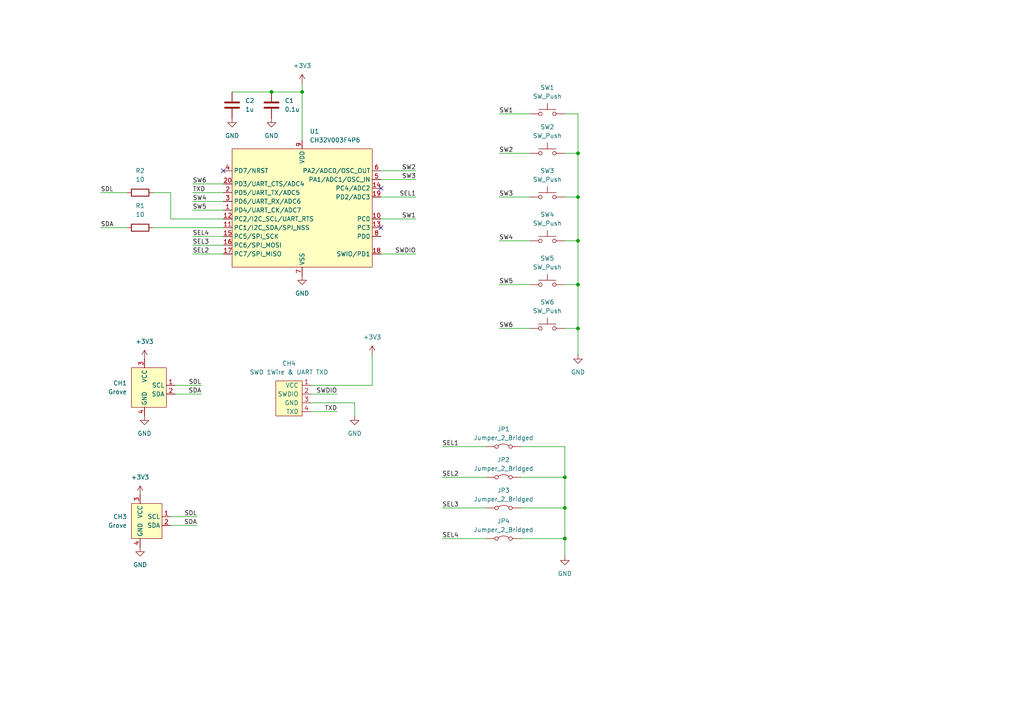
<source format=kicad_sch>
(kicad_sch (version 20231120) (generator "eeschema") (generator_version "8.0")
  (paper "A4")
  (lib_symbols
    (symbol "74th_Interface:I2C_Grove_Device-Side"
      (property "Reference" "CH" (at -7.62 1.27 0))
      (property "Value" "Grove" (at -7.62 -1.27 0))
      (symbol "I2C_Grove_Device-Side_0_1"
        (rectangle (start -6.35 6.35) (end 3.81 -5.08) (stroke (width 0.1524)) (fill (type background)))
      )
      (symbol "I2C_Grove_Device-Side_1_1"
        (pin input line (at 6.35 1.27 180) (length 2.54) (name "SCL") (number "1"))
        (pin bidirectional line (at 6.35 -1.27 180) (length 2.54) (name "SDA") (number "2"))
        (pin power_out line (at -2.54 8.89 270) (length 2.54) (name "VCC") (number "3"))
        (pin power_out line (at -2.54 -7.62 90) (length 2.54) (name "GND") (number "4"))
      )
    )
    (symbol "74th_Interface:I2C_Grove_Host-Side"
      (property "Reference" "CH" (at -6.35 0 0))
      (property "Value" "Grove" (at -6.35 -2.54 0))
      (symbol "I2C_Grove_Host-Side_0_1"
        (rectangle (start -5.08 3.81) (end 3.81 -6.35) (stroke (width 0.1524)) (fill (type background)))
      )
      (symbol "I2C_Grove_Host-Side_1_1"
        (pin input line (at 6.35 0 180) (length 2.54) (name "SCL") (number "1"))
        (pin bidirectional line (at 6.35 -2.54 180) (length 2.54) (name "SDA") (number "2"))
        (pin power_in line (at -2.54 6.35 270) (length 2.54) (name "VCC") (number "3"))
        (pin power_in line (at -2.54 -8.89 90) (length 2.54) (name "GND") (number "4"))
      )
    )
    (symbol "74th_Interface:SWD_WCH-1Wire_WITH-TXD-VCC" (pin_names (offset 1.016))
      (property "Reference" "CH" (at 0 7.62 0))
      (property "Value" "SWD 1Wire & UART TXD" (at 0 5.08 0))
      (symbol "SWD_WCH-1Wire_WITH-TXD-VCC_0_1"
        (rectangle (start -3.81 3.81) (end 3.81 -6.35) (fill (type background)))
      )
      (symbol "SWD_WCH-1Wire_WITH-TXD-VCC_1_1"
        (pin power_out line (at 6.35 2.54 180) (length 2.54) (name "VCC") (number "1"))
        (pin bidirectional line (at 6.35 0 180) (length 2.54) (name "SWDIO") (number "2"))
        (pin power_out line (at 6.35 -2.54 180) (length 2.54) (name "GND") (number "3"))
        (pin input line (at 6.35 -5.08 180) (length 2.54) (name "TXD") (number "4"))
      )
    )
    (symbol "74th_MCU:CH32V003F4P6"
      (property "Reference" "U" (at -11.43 25.4 0))
      (property "Value" "CH32V003F4P6" (at 12.7 25.4 0))
      (symbol "CH32V003F4P6_0_1"
        (rectangle (start -20.32 24.13) (end 20.32 -10.16) (stroke (width 0.1524)) (fill (type background)))
      )
      (symbol "CH32V003F4P6_1_1"
        (pin bidirectional line (at -22.86 6.35 0) (length 2.54) (name "PD4/UART_CK/ADC7") (number "1"))
        (pin bidirectional line (at 22.86 3.81 180) (length 2.54) (name "PC0") (number "10"))
        (pin bidirectional line (at -22.86 1.27 0) (length 2.54) (name "PC1/I2C_SDA/SPI_NSS") (number "11"))
        (pin bidirectional line (at -22.86 3.81 0) (length 2.54) (name "PC2/I2C_SCL/UART_RTS") (number "12"))
        (pin bidirectional line (at 22.86 1.27 180) (length 2.54) (name "PC3") (number "13"))
        (pin bidirectional line (at 22.86 12.7 180) (length 2.54) (name "PC4/ADC2") (number "14"))
        (pin bidirectional line (at -22.86 -1.27 0) (length 2.54) (name "PC5/SPI_SCK") (number "15"))
        (pin bidirectional line (at -22.86 -3.81 0) (length 2.54) (name "PC6/SPI_MOSI") (number "16"))
        (pin bidirectional line (at -22.86 -6.35 0) (length 2.54) (name "PC7/SPI_MISO") (number "17"))
        (pin bidirectional line (at 22.86 -6.35 180) (length 2.54) (name "SWIO/PD1") (number "18"))
        (pin bidirectional line (at 22.86 10.16 180) (length 2.54) (name "PD2/ADC3") (number "19"))
        (pin bidirectional line (at -22.86 11.43 0) (length 2.54) (name "PD5/UART_TX/ADC5") (number "2"))
        (pin bidirectional line (at -22.86 13.97 0) (length 2.54) (name "PD3/UART_CTS/ADC4") (number "20"))
        (pin bidirectional line (at -22.86 8.89 0) (length 2.54) (name "PD6/UART_RX/ADC6") (number "3"))
        (pin bidirectional line (at -22.86 17.78 0) (length 2.54) (name "PD7/NRST") (number "4"))
        (pin bidirectional line (at 22.86 15.24 180) (length 2.54) (name "PA1/ADC1/OSC_IN") (number "5"))
        (pin bidirectional line (at 22.86 17.78 180) (length 2.54) (name "PA2/ADC0/OSC_OUT") (number "6"))
        (pin power_in line (at 0 -12.7 90) (length 2.54) (name "VSS") (number "7"))
        (pin bidirectional line (at 22.86 -1.27 180) (length 2.54) (name "PD0") (number "8"))
        (pin power_in line (at 0 26.67 270) (length 2.54) (name "VDD") (number "9"))
      )
    )
    (symbol "Device:C" (pin_numbers hide) (pin_names (offset 0.254))
      (property "Reference" "C" (at 0.635 2.54 0))
      (property "Value" "C" (at 0.635 -2.54 0))
      (symbol "C_0_1"
        (polyline (pts (xy -2.032 -0.762) (xy 2.032 -0.762)) (stroke (width 0.508)))
        (polyline (pts (xy -2.032 0.762) (xy 2.032 0.762)) (stroke (width 0.508)))
      )
      (symbol "C_1_1"
        (pin passive line (at 0 3.81 270) (length 2.794) (name "~") (number "1"))
        (pin passive line (at 0 -3.81 90) (length 2.794) (name "~") (number "2"))
      )
    )
    (symbol "Device:R" (pin_numbers hide) (pin_names (offset 0))
      (property "Reference" "R" (at 2.032 0 90))
      (property "Value" "R" (at 0 0 90))
      (symbol "R_0_1"
        (rectangle (start -1.016 -2.54) (end 1.016 2.54) (stroke (width 0.254)))
      )
      (symbol "R_1_1"
        (pin passive line (at 0 3.81 270) (length 1.27) (name "~") (number "1"))
        (pin passive line (at 0 -3.81 90) (length 1.27) (name "~") (number "2"))
      )
    )
    (symbol "Jumper:Jumper_2_Bridged" (pin_numbers hide) (pin_names (offset 0) hide) (exclude_from_sim yes)
      (property "Reference" "JP" (at 0 1.905 0))
      (property "Value" "Jumper_2_Bridged" (at 0 -2.54 0))
      (symbol "Jumper_2_Bridged_0_0"
        (circle (center -2.032 0) (radius 0.508))
        (circle (center 2.032 0) (radius 0.508))
      )
      (symbol "Jumper_2_Bridged_0_1"
        (arc (start 1.524 0.254) (mid 0 0.762) (end -1.524 0.254))
      )
      (symbol "Jumper_2_Bridged_1_1"
        (pin passive line (at -5.08 0 0) (length 2.54) (name "A") (number "1"))
        (pin passive line (at 5.08 0 180) (length 2.54) (name "B") (number "2"))
      )
    )
    (symbol "Switch:SW_Push" (pin_numbers hide) (pin_names (offset 1.016) hide)
      (property "Reference" "SW" (at 1.27 2.54 0))
      (property "Value" "SW_Push" (at 0 -1.524 0))
      (symbol "SW_Push_0_1"
        (circle (center -2.032 0) (radius 0.508))
        (polyline (pts (xy 0 1.27) (xy 0 3.048)))
        (polyline (pts (xy 2.54 1.27) (xy -2.54 1.27)))
        (circle (center 2.032 0) (radius 0.508))
        (pin passive line (at -5.08 0 0) (length 2.54) (name "1") (number "1"))
        (pin passive line (at 5.08 0 180) (length 2.54) (name "2") (number "2"))
      )
    )
    (symbol "power:+3V3" (power) (pin_numbers hide) (pin_names (offset 0) hide)
      (property "Value" "+3V3" (at 0 3.556 0))
      (symbol "+3V3_0_1"
        (polyline (pts (xy -0.762 1.27) (xy 0 2.54)))
        (polyline (pts (xy 0 0) (xy 0 2.54)))
        (polyline (pts (xy 0 2.54) (xy 0.762 1.27)))
      )
      (symbol "+3V3_1_1"
        (pin power_in line (at 0 0 90) (length 0) (name "~") (number "1"))
      )
    )
    (symbol "power:GND" (power) (pin_numbers hide) (pin_names (offset 0) hide)
      (property "Value" "GND" (at 0 -3.81 0))
      (symbol "GND_0_1"
        (polyline (pts (xy 0 0) (xy 0 -1.27) (xy 1.27 -1.27) (xy 0 -2.54) (xy -1.27 -1.27) (xy 0 -1.27)))
      )
      (symbol "GND_1_1"
        (pin power_in line (at 0 0 270) (length 0) (name "~") (number "1"))
      )
    )
  )
  (junction (at 167.64 82.55))
  (junction (at 167.64 57.15))
  (junction (at 163.83 138.43))
  (junction (at 163.83 147.32))
  (junction (at 167.64 95.25))
  (junction (at 163.83 156.21))
  (junction (at 87.63 26.67))
  (junction (at 78.74 26.67))
  (junction (at 167.64 69.85))
  (junction (at 167.64 44.45))
  (no_connect (at 110.49 66.04))
  (no_connect (at 110.49 54.61))
  (no_connect (at 64.77 49.53))
  (wire (pts (xy 55.88 55.88) (xy 64.77 55.88)))
  (wire (pts (xy 49.53 55.88) (xy 49.53 63.5)))
  (wire (pts (xy 144.78 95.25) (xy 153.67 95.25)))
  (wire (pts (xy 163.83 129.54) (xy 163.83 138.43)))
  (wire (pts (xy 55.88 68.58) (xy 64.77 68.58)))
  (wire (pts (xy 49.53 152.4) (xy 57.15 152.4)))
  (wire (pts (xy 29.21 55.88) (xy 36.83 55.88)))
  (wire (pts (xy 78.74 26.67) (xy 87.63 26.67)))
  (wire (pts (xy 102.87 116.84) (xy 102.87 120.65)))
  (wire (pts (xy 163.83 69.85) (xy 167.64 69.85)))
  (wire (pts (xy 144.78 33.02) (xy 153.67 33.02)))
  (wire (pts (xy 110.49 73.66) (xy 120.65 73.66)))
  (wire (pts (xy 55.88 73.66) (xy 64.77 73.66)))
  (wire (pts (xy 167.64 33.02) (xy 163.83 33.02)))
  (wire (pts (xy 87.63 24.13) (xy 87.63 26.67)))
  (wire (pts (xy 29.21 66.04) (xy 36.83 66.04)))
  (wire (pts (xy 144.78 69.85) (xy 153.67 69.85)))
  (wire (pts (xy 67.31 26.67) (xy 78.74 26.67)))
  (wire (pts (xy 163.83 57.15) (xy 167.64 57.15)))
  (wire (pts (xy 163.83 95.25) (xy 167.64 95.25)))
  (wire (pts (xy 110.49 57.15) (xy 120.65 57.15)))
  (wire (pts (xy 167.64 82.55) (xy 167.64 69.85)))
  (wire (pts (xy 87.63 26.67) (xy 87.63 40.64)))
  (wire (pts (xy 163.83 138.43) (xy 163.83 147.32)))
  (wire (pts (xy 128.27 156.21) (xy 140.97 156.21)))
  (wire (pts (xy 163.83 82.55) (xy 167.64 82.55)))
  (wire (pts (xy 110.49 63.5) (xy 120.65 63.5)))
  (wire (pts (xy 144.78 57.15) (xy 153.67 57.15)))
  (wire (pts (xy 90.17 116.84) (xy 102.87 116.84)))
  (wire (pts (xy 167.64 69.85) (xy 167.64 57.15)))
  (wire (pts (xy 50.8 114.3) (xy 58.42 114.3)))
  (wire (pts (xy 55.88 58.42) (xy 64.77 58.42)))
  (wire (pts (xy 144.78 44.45) (xy 153.67 44.45)))
  (wire (pts (xy 151.13 138.43) (xy 163.83 138.43)))
  (wire (pts (xy 167.64 95.25) (xy 167.64 82.55)))
  (wire (pts (xy 107.95 111.76) (xy 107.95 102.87)))
  (wire (pts (xy 167.64 57.15) (xy 167.64 44.45)))
  (wire (pts (xy 151.13 129.54) (xy 163.83 129.54)))
  (wire (pts (xy 128.27 147.32) (xy 140.97 147.32)))
  (wire (pts (xy 128.27 129.54) (xy 140.97 129.54)))
  (wire (pts (xy 90.17 111.76) (xy 107.95 111.76)))
  (wire (pts (xy 110.49 52.07) (xy 120.65 52.07)))
  (wire (pts (xy 144.78 82.55) (xy 153.67 82.55)))
  (wire (pts (xy 163.83 44.45) (xy 167.64 44.45)))
  (wire (pts (xy 55.88 71.12) (xy 64.77 71.12)))
  (wire (pts (xy 49.53 149.86) (xy 57.15 149.86)))
  (wire (pts (xy 55.88 53.34) (xy 64.77 53.34)))
  (wire (pts (xy 110.49 49.53) (xy 120.65 49.53)))
  (wire (pts (xy 163.83 156.21) (xy 163.83 161.29)))
  (wire (pts (xy 167.64 102.87) (xy 167.64 95.25)))
  (wire (pts (xy 128.27 138.43) (xy 140.97 138.43)))
  (wire (pts (xy 167.64 44.45) (xy 167.64 33.02)))
  (wire (pts (xy 90.17 114.3) (xy 97.79 114.3)))
  (wire (pts (xy 55.88 60.96) (xy 64.77 60.96)))
  (wire (pts (xy 90.17 119.38) (xy 97.79 119.38)))
  (wire (pts (xy 151.13 147.32) (xy 163.83 147.32)))
  (wire (pts (xy 163.83 147.32) (xy 163.83 156.21)))
  (wire (pts (xy 50.8 111.76) (xy 58.42 111.76)))
  (wire (pts (xy 49.53 63.5) (xy 64.77 63.5)))
  (wire (pts (xy 44.45 55.88) (xy 49.53 55.88)))
  (wire (pts (xy 151.13 156.21) (xy 163.83 156.21)))
  (wire (pts (xy 44.45 66.04) (xy 64.77 66.04)))
  (label "SEL3" (at 128.27 147.32 0))
  (label "SW4" (at 144.78 69.85 0))
  (label "SEL4" (at 128.27 156.21 0))
  (label "SEL4" (at 55.88 68.58 0))
  (label "SEL2" (at 55.88 73.66 0))
  (label "SW1" (at 144.78 33.02 0))
  (label "SWDIO" (at 120.65 73.66 180))
  (label "SW2" (at 144.78 44.45 0))
  (label "SW2" (at 120.65 49.53 180))
  (label "SDA" (at 57.15 152.4 180))
  (label "SW4" (at 55.88 58.42 0))
  (label "SDA" (at 29.21 66.04 0))
  (label "SWDIO" (at 97.79 114.3 180))
  (label "SEL1" (at 128.27 129.54 0))
  (label "SW5" (at 144.78 82.55 0))
  (label "SW6" (at 55.88 53.34 0))
  (label "SDA" (at 58.42 114.3 180))
  (label "SW6" (at 144.78 95.25 0))
  (label "SDL" (at 57.15 149.86 180))
  (label "TXD" (at 55.88 55.88 0))
  (label "SEL2" (at 128.27 138.43 0))
  (label "SW5" (at 55.88 60.96 0))
  (label "SW3" (at 144.78 57.15 0))
  (label "SDL" (at 58.42 111.76 180))
  (label "SW1" (at 120.65 63.5 180))
  (label "SEL3" (at 55.88 71.12 0))
  (label "SEL1" (at 120.65 57.15 180))
  (label "TXD" (at 97.79 119.38 180))
  (label "SW3" (at 120.65 52.07 180))
  (label "SDL" (at 29.21 55.88 0))
  (symbol (lib_id "Switch:SW_Push") (at 158.75 33.02 0) (unit 1)
    (property "Reference" "SW1" (at 158.75 25.4 0))
    (property "Value" "SW_Push" (at 158.75 27.94 0))
    (property "Footprint" "74th:Switch_MXChocSwap_1Side_1.0u" (effects (hide yes)))
    (property "Description" "Push button switch, generic, two pins" (effects (hide yes)))
  )
  (symbol (lib_id "power:+3V3") (at 41.91 104.14 0) (unit 1)
    (property "Reference" "#PWR02" (effects (hide yes)))
    (property "Value" "+3V3" (at 41.91 99.06 0))
    (property "Description" "Power symbol creates a global label with name \"+3V3\"" (effects (hide yes)))
  )
  (symbol (lib_id "Switch:SW_Push") (at 158.75 82.55 0) (unit 1)
    (property "Reference" "SW5" (at 158.75 74.93 0))
    (property "Value" "SW_Push" (at 158.75 77.47 0))
    (property "Footprint" "74th:Switch_MXChocSwap_1Side_1.0u" (effects (hide yes)))
    (property "Description" "Push button switch, generic, two pins" (effects (hide yes)))
  )
  (symbol (lib_id "Switch:SW_Push") (at 158.75 57.15 0) (mirror y) (unit 1)
    (property "Reference" "SW3" (at 158.75 49.53 0))
    (property "Value" "SW_Push" (at 158.75 52.07 0))
    (property "Footprint" "74th:Switch_MXChocSwap_1Side_1.0u" (effects (hide yes)))
    (property "Description" "Push button switch, generic, two pins" (effects (hide yes)))
  )
  (symbol (lib_id "Switch:SW_Push") (at 158.75 69.85 0) (unit 1)
    (property "Reference" "SW4" (at 158.75 62.23 0))
    (property "Value" "SW_Push" (at 158.75 64.77 0))
    (property "Footprint" "74th:Switch_MXChocSwap_1Side_1.0u" (effects (hide yes)))
    (property "Description" "Push button switch, generic, two pins" (effects (hide yes)))
  )
  (symbol (lib_id "Device:R") (at 40.64 66.04 90) (unit 1)
    (property "Reference" "R1" (at 40.64 59.69 90))
    (property "Value" "10" (at 40.64 62.23 90))
    (property "Footprint" "74th:Register_0805_2012" (effects (hide yes)))
    (property "Description" "Resistor" (effects (hide yes)))
  )
  (symbol (lib_id "Switch:SW_Push") (at 158.75 95.25 0) (unit 1)
    (property "Reference" "SW6" (at 158.75 87.63 0))
    (property "Value" "SW_Push" (at 158.75 90.17 0))
    (property "Footprint" "74th:Switch_MXChocSwap_1Side_1.0u" (effects (hide yes)))
    (property "Description" "Push button switch, generic, two pins" (effects (hide yes)))
  )
  (symbol (lib_id "74th_Interface:I2C_Grove_Device-Side") (at 44.45 113.03 0) (unit 1)
    (property "Reference" "CH1" (at 36.83 111.1249 0) (effects (justify right)))
    (property "Value" "Grove" (at 36.83 113.6649 0) (effects (justify right)))
    (property "Footprint" "74th:Connector_HY-2.0_TH-Vertical_4Pin" (effects (hide yes)))
  )
  (symbol (lib_id "Jumper:Jumper_2_Bridged") (at 146.05 138.43 0) (unit 1) (exclude_from_sim yes)
    (property "Reference" "JP2" (at 146.05 133.35 0))
    (property "Value" "Jumper_2_Bridged" (at 146.05 135.89 0))
    (property "Footprint" "74th:SolderJumper-2" (effects (hide yes)))
    (property "Description" "Jumper, 2-pole, closed/bridged" (effects (hide yes)))
  )
  (symbol (lib_id "power:+3V3") (at 87.63 24.13 0) (unit 1)
    (property "Reference" "#PWR06" (effects (hide yes)))
    (property "Value" "+3V3" (at 87.63 19.05 0))
    (property "Description" "Power symbol creates a global label with name \"+3V3\"" (effects (hide yes)))
  )
  (symbol (lib_id "Jumper:Jumper_2_Bridged") (at 146.05 147.32 0) (unit 1) (exclude_from_sim yes)
    (property "Reference" "JP3" (at 146.05 142.24 0))
    (property "Value" "Jumper_2_Bridged" (at 146.05 144.78 0))
    (property "Footprint" "74th:SolderJumper-2" (effects (hide yes)))
    (property "Description" "Jumper, 2-pole, closed/bridged" (effects (hide yes)))
  )
  (symbol (lib_id "power:GND") (at 87.63 80.01 0) (unit 1)
    (property "Reference" "#PWR09" (effects (hide yes)))
    (property "Value" "GND" (at 87.63 85.09 0))
    (property "Description" "Power symbol creates a global label with name \"GND\" , ground" (effects (hide yes)))
  )
  (symbol (lib_id "Jumper:Jumper_2_Bridged") (at 146.05 129.54 0) (unit 1) (exclude_from_sim yes)
    (property "Reference" "JP1" (at 146.05 124.46 0))
    (property "Value" "Jumper_2_Bridged" (at 146.05 127 0))
    (property "Footprint" "74th:SolderJumper-2" (effects (hide yes)))
    (property "Description" "Jumper, 2-pole, closed/bridged" (effects (hide yes)))
  )
  (symbol (lib_id "74th_Interface:SWD_WCH-1Wire_WITH-TXD-VCC") (at 83.82 114.3 0) (unit 1)
    (property "Reference" "CH4" (at 83.82 105.41 0))
    (property "Value" "SWD 1Wire & UART TXD" (at 83.82 107.95 0))
    (property "Footprint" "74th:PinOut_Pin_4" (effects (hide yes)))
  )
  (symbol (lib_id "power:GND") (at 163.83 161.29 0) (unit 1)
    (property "Reference" "#PWR012" (effects (hide yes)))
    (property "Value" "GND" (at 163.83 166.37 0))
    (property "Description" "Power symbol creates a global label with name \"GND\" , ground" (effects (hide yes)))
  )
  (symbol (lib_id "power:+3V3") (at 107.95 102.87 0) (unit 1)
    (property "Reference" "#PWR07" (effects (hide yes)))
    (property "Value" "+3V3" (at 107.95 97.79 0))
    (property "Description" "Power symbol creates a global label with name \"+3V3\"" (effects (hide yes)))
  )
  (symbol (lib_id "Device:R") (at 40.64 55.88 90) (unit 1)
    (property "Reference" "R2" (at 40.64 49.53 90))
    (property "Value" "10" (at 40.64 52.07 90))
    (property "Footprint" "74th:Register_0805_2012" (effects (hide yes)))
    (property "Description" "Resistor" (effects (hide yes)))
  )
  (symbol (lib_id "74th_MCU:CH32V003F4P6") (at 87.63 67.31 0) (unit 1)
    (property "Reference" "U1" (at 89.8241 38.1 0) (effects (justify left)))
    (property "Value" "CH32V003F4P6" (at 89.8241 40.64 0) (effects (justify left)))
    (property "Footprint" "Package_SO:TSSOP-20_4.4x6.5mm_P0.65mm" (effects (hide yes)))
  )
  (symbol (lib_id "power:GND") (at 78.74 34.29 0) (unit 1)
    (property "Reference" "#PWR04" (effects (hide yes)))
    (property "Value" "GND" (at 78.74 39.37 0))
    (property "Description" "Power symbol creates a global label with name \"GND\" , ground" (effects (hide yes)))
  )
  (symbol (lib_id "Jumper:Jumper_2_Bridged") (at 146.05 156.21 0) (unit 1) (exclude_from_sim yes)
    (property "Reference" "JP4" (at 146.05 151.13 0))
    (property "Value" "Jumper_2_Bridged" (at 146.05 153.67 0))
    (property "Footprint" "74th:SolderJumper-2" (effects (hide yes)))
    (property "Description" "Jumper, 2-pole, closed/bridged" (effects (hide yes)))
  )
  (symbol (lib_id "Device:C") (at 67.31 30.48 0) (unit 1)
    (property "Reference" "C2" (at 71.12 29.2099 0) (effects (justify left)))
    (property "Value" "1u" (at 71.12 31.7499 0) (effects (justify left)))
    (property "Footprint" "74th:Capacitor_0805_2012" (effects (hide yes)))
    (property "Description" "Unpolarized capacitor" (effects (hide yes)))
  )
  (symbol (lib_id "power:GND") (at 41.91 120.65 0) (unit 1)
    (property "Reference" "#PWR03" (effects (hide yes)))
    (property "Value" "GND" (at 41.91 125.73 0))
    (property "Description" "Power symbol creates a global label with name \"GND\" , ground" (effects (hide yes)))
  )
  (symbol (lib_id "74th_Interface:I2C_Grove_Host-Side") (at 43.18 149.86 0) (unit 1)
    (property "Reference" "CH3" (at 36.83 149.8599 0) (effects (justify right)))
    (property "Value" "Grove" (at 36.83 152.3999 0) (effects (justify right)))
    (property "Footprint" "74th:Connector_HY-2.0_TH-Vertical_4Pin" (effects (hide yes)))
  )
  (symbol (lib_id "power:+3V3") (at 40.64 143.51 0) (unit 1)
    (property "Reference" "#PWR010" (effects (hide yes)))
    (property "Value" "+3V3" (at 40.64 138.43 0))
    (property "Description" "Power symbol creates a global label with name \"+3V3\"" (effects (hide yes)))
  )
  (symbol (lib_id "Device:C") (at 78.74 30.48 0) (unit 1)
    (property "Reference" "C1" (at 82.55 29.2099 0) (effects (justify left)))
    (property "Value" "0.1u" (at 82.55 31.7499 0) (effects (justify left)))
    (property "Footprint" "74th:Capacitor_0805_2012" (effects (hide yes)))
    (property "Description" "Unpolarized capacitor" (effects (hide yes)))
  )
  (symbol (lib_id "Switch:SW_Push") (at 158.75 44.45 0) (mirror y) (unit 1)
    (property "Reference" "SW2" (at 158.75 36.83 0))
    (property "Value" "SW_Push" (at 158.75 39.37 0))
    (property "Footprint" "74th:Switch_MXChocSwap_1Side_1.0u" (effects (hide yes)))
    (property "Description" "Push button switch, generic, two pins" (effects (hide yes)))
  )
  (symbol (lib_id "power:GND") (at 67.31 34.29 0) (unit 1)
    (property "Reference" "#PWR05" (effects (hide yes)))
    (property "Value" "GND" (at 67.31 39.37 0))
    (property "Description" "Power symbol creates a global label with name \"GND\" , ground" (effects (hide yes)))
  )
  (symbol (lib_id "power:GND") (at 102.87 120.65 0) (unit 1)
    (property "Reference" "#PWR08" (effects (hide yes)))
    (property "Value" "GND" (at 102.87 125.73 0))
    (property "Description" "Power symbol creates a global label with name \"GND\" , ground" (effects (hide yes)))
  )
  (symbol (lib_id "power:GND") (at 167.64 102.87 0) (unit 1)
    (property "Reference" "#PWR01" (effects (hide yes)))
    (property "Value" "GND" (at 167.64 107.95 0))
    (property "Description" "Power symbol creates a global label with name \"GND\" , ground" (effects (hide yes)))
  )
  (symbol (lib_id "power:GND") (at 40.64 158.75 0) (unit 1)
    (property "Reference" "#PWR011" (effects (hide yes)))
    (property "Value" "GND" (at 40.64 163.83 0))
    (property "Description" "Power symbol creates a global label with name \"GND\" , ground" (effects (hide yes)))
  )
)
</source>
